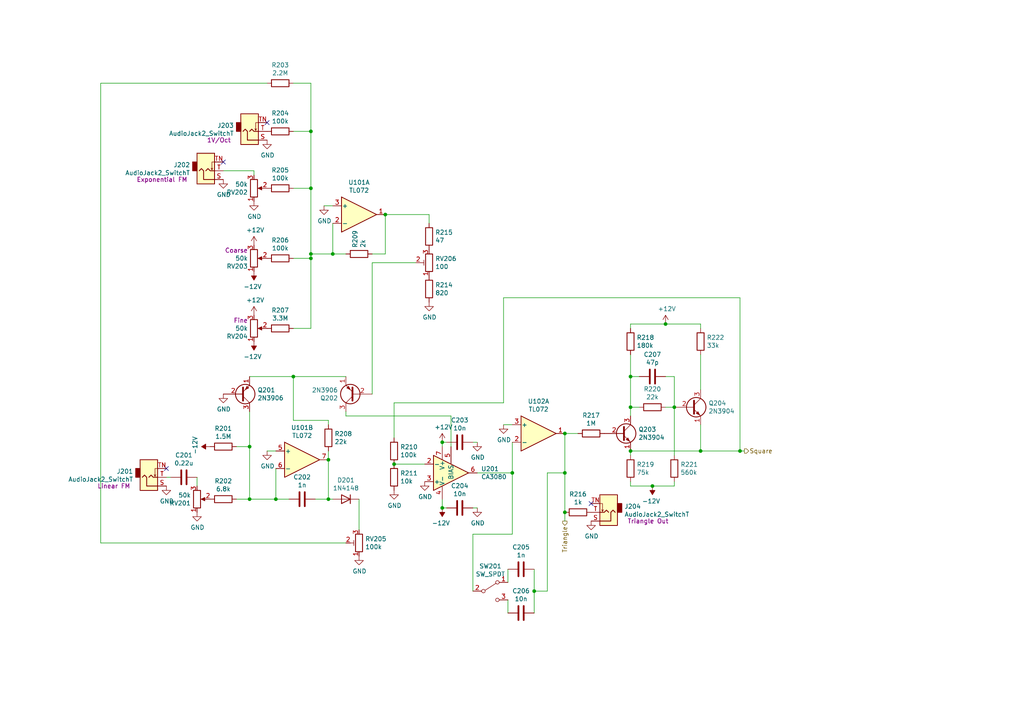
<source format=kicad_sch>
(kicad_sch (version 20211123) (generator eeschema)
  (paper "A4")
  (title_block (title "VCO") (date "2021-05-30") (rev "1.0"))
  (lib_symbols
    (symbol "Amplifier_Operational:CA3080" (pin_names (offset 0.127))
      (property "Reference" "U" (at 1.27 3.81 0))
      (property "Value" "CA3080" (at 1.27 -3.81 0))
      (symbol "CA3080_0_1"
        (polyline (pts (xy 5.08 0) (xy -5.08 -5.08) (xy -5.08 5.08) (xy 5.08 0)) (stroke (width 0.254)) (fill (type background)))
      )
      (symbol "CA3080_1_1"
        (pin no_connect line (at -2.54 2.54 270) (length 2.54) hide (name "NC") (number "1"))
        (pin input line (at -7.62 2.54 0) (length 2.54) (name "-") (number "2"))
        (pin input line (at -7.62 -2.54 0) (length 2.54) (name "+") (number "3"))
        (pin power_in line (at -2.54 -7.62 90) (length 3.81) (name "V-") (number "4"))
        (pin passive line (at 0 7.62 270) (length 5.08) (name "BIAS") (number "5"))
        (pin output line (at 7.62 0 180) (length 2.54) (name "~") (number "6"))
        (pin power_in line (at -2.54 7.62 270) (length 3.81) (name "V+") (number "7"))
        (pin no_connect line (at 0 2.54 270) (length 2.54) hide (name "NC") (number "8"))
      )
    )
    (symbol "Amplifier_Operational:TL072" (pin_names (offset 0.127))
      (property "Reference" "U" (at 0 5.08 0))
      (property "Value" "TL072" (at 0 -5.08 0))
      (symbol "TL072_1_1"
        (polyline (pts (xy -5.08 5.08) (xy 5.08 0) (xy -5.08 -5.08) (xy -5.08 5.08)) (stroke (width 0.254)) (fill (type background)))
        (pin output line (at 7.62 0 180) (length 2.54) (name "~") (number "1"))
        (pin input line (at -7.62 -2.54 0) (length 2.54) (name "-") (number "2"))
        (pin input line (at -7.62 2.54 0) (length 2.54) (name "+") (number "3"))
      )
      (symbol "TL072_2_1"
        (polyline (pts (xy -5.08 5.08) (xy 5.08 0) (xy -5.08 -5.08) (xy -5.08 5.08)) (stroke (width 0.254)) (fill (type background)))
        (pin input line (at -7.62 2.54 0) (length 2.54) (name "+") (number "5"))
        (pin input line (at -7.62 -2.54 0) (length 2.54) (name "-") (number "6"))
        (pin output line (at 7.62 0 180) (length 2.54) (name "~") (number "7"))
      )
      (symbol "TL072_3_1"
        (pin power_in line (at -2.54 -7.62 90) (length 3.81) (name "V-") (number "4"))
        (pin power_in line (at -2.54 7.62 270) (length 3.81) (name "V+") (number "8"))
      )
    )
    (symbol "Connector:AudioJack2_SwitchT"
      (property "Reference" "J" (at 0 8.89 0))
      (property "Value" "AudioJack2_SwitchT" (at 0 6.35 0))
      (symbol "AudioJack2_SwitchT_0_1"
        (rectangle (start -2.54 0) (end -3.81 -2.54) (stroke (width 0.254)) (fill (type outline)))
        (polyline (pts (xy 1.778 -0.254) (xy 2.032 -0.762)))
        (polyline (pts (xy 0 0) (xy 0.635 -0.635) (xy 1.27 0) (xy 2.54 0)) (stroke (width 0.254)))
        (polyline (pts (xy 2.54 -2.54) (xy 1.778 -2.54) (xy 1.778 -0.254) (xy 1.524 -0.762)))
        (polyline (pts (xy 2.54 2.54) (xy -0.635 2.54) (xy -0.635 0) (xy -1.27 -0.635) (xy -1.905 0)) (stroke (width 0.254)))
        (rectangle (start 2.54 3.81) (end -2.54 -5.08) (stroke (width 0.254)) (fill (type background)))
      )
      (symbol "AudioJack2_SwitchT_1_1"
        (pin passive line (at 5.08 2.54 180) (length 2.54) (name "~") (number "S"))
        (pin passive line (at 5.08 0 180) (length 2.54) (name "~") (number "T"))
        (pin passive line (at 5.08 -2.54 180) (length 2.54) (name "~") (number "TN"))
      )
    )
    (symbol "Device:C" (pin_numbers hide) (pin_names (offset 0.254))
      (property "Reference" "C" (at 0.635 2.54 0))
      (property "Value" "C" (at 0.635 -2.54 0))
      (symbol "C_0_1"
        (polyline (pts (xy -2.032 -0.762) (xy 2.032 -0.762)) (stroke (width 0.508)))
        (polyline (pts (xy -2.032 0.762) (xy 2.032 0.762)) (stroke (width 0.508)))
      )
      (symbol "C_1_1"
        (pin passive line (at 0 3.81 270) (length 2.794) (name "~") (number "1"))
        (pin passive line (at 0 -3.81 90) (length 2.794) (name "~") (number "2"))
      )
    )
    (symbol "Device:R" (pin_numbers hide) (pin_names (offset 0))
      (property "Reference" "R" (at 2.032 0 90))
      (property "Value" "R" (at 0 0 90))
      (symbol "R_0_1"
        (rectangle (start -1.016 -2.54) (end 1.016 2.54) (stroke (width 0.254)))
      )
      (symbol "R_1_1"
        (pin passive line (at 0 3.81 270) (length 1.27) (name "~") (number "1"))
        (pin passive line (at 0 -3.81 90) (length 1.27) (name "~") (number "2"))
      )
    )
    (symbol "Device:R_Potentiometer" (pin_names (offset 1.016) hide)
      (property "Reference" "RV" (at -4.445 0 90))
      (property "Value" "R_Potentiometer" (at -2.54 0 90))
      (symbol "R_Potentiometer_0_1"
        (polyline (pts (xy 2.54 0) (xy 1.524 0)))
        (polyline (pts (xy 1.143 0) (xy 2.286 0.508) (xy 2.286 -0.508) (xy 1.143 0)) (fill (type outline)))
        (rectangle (start 1.016 2.54) (end -1.016 -2.54) (stroke (width 0.254)))
      )
      (symbol "R_Potentiometer_1_1"
        (pin passive line (at 0 3.81 270) (length 1.27) (name "1") (number "1"))
        (pin passive line (at 3.81 0 180) (length 1.27) (name "2") (number "2"))
        (pin passive line (at 0 -3.81 90) (length 1.27) (name "3") (number "3"))
      )
    )
    (symbol "Device:R_Potentiometer_Trim" (pin_names (offset 1.016) hide)
      (property "Reference" "RV" (at -4.445 0 90))
      (property "Value" "R_Potentiometer_Trim" (at -2.54 0 90))
      (symbol "R_Potentiometer_Trim_0_1"
        (polyline (pts (xy 1.524 0.762) (xy 1.524 -0.762)))
        (polyline (pts (xy 2.54 0) (xy 1.524 0)))
        (rectangle (start 1.016 2.54) (end -1.016 -2.54) (stroke (width 0.254)))
      )
      (symbol "R_Potentiometer_Trim_1_1"
        (pin passive line (at 0 3.81 270) (length 1.27) (name "1") (number "1"))
        (pin passive line (at 3.81 0 180) (length 1.27) (name "2") (number "2"))
        (pin passive line (at 0 -3.81 90) (length 1.27) (name "3") (number "3"))
      )
    )
    (symbol "Diode:1N4148" (pin_numbers hide) (pin_names (offset 1.016) hide)
      (property "Reference" "D" (at 0 2.54 0))
      (property "Value" "1N4148" (at 0 -2.54 0))
      (symbol "1N4148_0_1"
        (polyline (pts (xy -1.27 1.27) (xy -1.27 -1.27)) (stroke (width 0.254)))
        (polyline (pts (xy 1.27 0) (xy -1.27 0)))
        (polyline (pts (xy 1.27 1.27) (xy 1.27 -1.27) (xy -1.27 0) (xy 1.27 1.27)) (stroke (width 0.254)))
      )
      (symbol "1N4148_1_1"
        (pin passive line (at -3.81 0 0) (length 2.54) (name "K") (number "1"))
        (pin passive line (at 3.81 0 180) (length 2.54) (name "A") (number "2"))
      )
    )
    (symbol "Switch:SW_SPDT" (pin_names (offset 0) hide)
      (property "Reference" "SW" (at 0 4.318 0))
      (property "Value" "SW_SPDT" (at 0 -5.08 0))
      (symbol "SW_SPDT_0_0"
        (circle (center -2.032 0) (radius 0.508))
        (circle (center 2.032 -2.54) (radius 0.508))
      )
      (symbol "SW_SPDT_0_1"
        (polyline (pts (xy -1.524 0.254) (xy 1.651 2.286)))
        (circle (center 2.032 2.54) (radius 0.508))
      )
      (symbol "SW_SPDT_1_1"
        (pin passive line (at 5.08 2.54 180) (length 2.54) (name "A") (number "1"))
        (pin passive line (at -5.08 0 0) (length 2.54) (name "B") (number "2"))
        (pin passive line (at 5.08 -2.54 180) (length 2.54) (name "C") (number "3"))
      )
    )
    (symbol "Transistor_BJT:2N3904" (pin_names (offset 0) hide)
      (property "Reference" "Q" (at 5.08 1.905 0))
      (property "Value" "2N3904" (at 5.08 0 0))
      (symbol "2N3904_0_1"
        (polyline (pts (xy 0.635 0.635) (xy 2.54 2.54)))
        (polyline (pts (xy 0.635 -0.635) (xy 2.54 -2.54) (xy 2.54 -2.54)))
        (polyline (pts (xy 0.635 1.905) (xy 0.635 -1.905) (xy 0.635 -1.905)) (stroke (width 0.508)))
        (polyline (pts (xy 1.27 -1.778) (xy 1.778 -1.27) (xy 2.286 -2.286) (xy 1.27 -1.778) (xy 1.27 -1.778)) (fill (type outline)))
        (circle (center 1.27 0) (radius 2.8194) (stroke (width 0.254)))
      )
      (symbol "2N3904_1_1"
        (pin passive line (at 2.54 -5.08 90) (length 2.54) (name "E") (number "1"))
        (pin passive line (at -5.08 0 0) (length 5.715) (name "B") (number "2"))
        (pin passive line (at 2.54 5.08 270) (length 2.54) (name "C") (number "3"))
      )
    )
    (symbol "Transistor_BJT:2N3906" (pin_names (offset 0) hide)
      (property "Reference" "Q" (at 5.08 1.905 0))
      (property "Value" "2N3906" (at 5.08 0 0))
      (symbol "2N3906_0_1"
        (polyline (pts (xy 0.635 0.635) (xy 2.54 2.54)))
        (polyline (pts (xy 0.635 -0.635) (xy 2.54 -2.54) (xy 2.54 -2.54)))
        (polyline (pts (xy 0.635 1.905) (xy 0.635 -1.905) (xy 0.635 -1.905)) (stroke (width 0.508)))
        (polyline (pts (xy 2.286 -1.778) (xy 1.778 -2.286) (xy 1.27 -1.27) (xy 2.286 -1.778) (xy 2.286 -1.778)) (fill (type outline)))
        (circle (center 1.27 0) (radius 2.8194) (stroke (width 0.254)))
      )
      (symbol "2N3906_1_1"
        (pin passive line (at 2.54 -5.08 90) (length 2.54) (name "E") (number "1"))
        (pin input line (at -5.08 0 0) (length 5.715) (name "B") (number "2"))
        (pin passive line (at 2.54 5.08 270) (length 2.54) (name "C") (number "3"))
      )
    )
    (symbol "power:+12V" (power) (pin_names (offset 0))
      (property "Value" "+12V" (at 0 3.556 0))
      (symbol "+12V_0_1"
        (polyline (pts (xy -0.762 1.27) (xy 0 2.54)))
        (polyline (pts (xy 0 0) (xy 0 2.54)))
        (polyline (pts (xy 0 2.54) (xy 0.762 1.27)))
      )
      (symbol "+12V_1_1"
        (pin power_in line (at 0 0 90) (length 0) hide (name "+12V") (number "1"))
      )
    )
    (symbol "power:-12V" (power) (pin_names (offset 0))
      (property "Value" "-12V" (at 0 3.81 0))
      (symbol "-12V_0_0"
        (pin power_in line (at 0 0 90) (length 0) hide (name "-12V") (number "1"))
      )
      (symbol "-12V_0_1"
        (polyline (pts (xy 0 0) (xy 0 1.27) (xy 0.762 1.27) (xy 0 2.54) (xy -0.762 1.27) (xy 0 1.27)) (fill (type outline)))
      )
    )
    (symbol "power:GND" (power) (pin_names (offset 0))
      (property "Value" "GND" (at 0 -3.81 0))
      (symbol "GND_0_1"
        (polyline (pts (xy 0 0) (xy 0 -1.27) (xy 1.27 -1.27) (xy 0 -2.54) (xy -1.27 -1.27) (xy 0 -1.27)))
      )
      (symbol "GND_1_1"
        (pin power_in line (at 0 0 270) (length 0) hide (name "GND") (number "1"))
      )
    )
  )
  (junction (at 128.27 128.27))
  (junction (at 182.88 109.22))
  (junction (at 72.39 144.78))
  (junction (at 80.01 144.78))
  (junction (at 203.2 130.81))
  (junction (at 72.39 129.54))
  (junction (at 85.09 109.22))
  (junction (at 214.63 130.81))
  (junction (at 163.83 137.16))
  (junction (at 128.27 147.32))
  (junction (at 90.17 73.66))
  (junction (at 182.88 130.81))
  (junction (at 195.58 118.11))
  (junction (at 90.17 38.1))
  (junction (at 111.76 62.23))
  (junction (at 90.17 74.93))
  (junction (at 163.83 148.59))
  (junction (at 154.94 171.45))
  (junction (at 90.17 54.61))
  (junction (at 95.25 133.35))
  (junction (at 189.23 140.97))
  (junction (at 182.88 118.11))
  (junction (at 193.04 93.98))
  (junction (at 163.83 125.73))
  (junction (at 114.3 134.62))
  (junction (at 96.52 73.66))
  (junction (at 95.25 144.78))
  (junction (at 148.59 137.16))
  (no_connect (at 171.45 146.05))
  (no_connect (at 64.77 46.99))
  (no_connect (at 77.47 35.56))
  (no_connect (at 48.26 135.89))
  (wire (pts (xy 80.01 144.78) (xy 83.82 144.78)))
  (wire (pts (xy 154.94 171.45) (xy 154.94 177.8)))
  (wire (pts (xy 114.3 116.84) (xy 146.05 116.84)))
  (wire (pts (xy 80.01 135.89) (xy 80.01 144.78)))
  (wire (pts (xy 128.27 129.54) (xy 128.27 128.27)))
  (wire (pts (xy 85.09 54.61) (xy 90.17 54.61)))
  (wire (pts (xy 189.23 140.97) (xy 195.58 140.97)))
  (wire (pts (xy 90.17 73.66) (xy 96.52 73.66)))
  (wire (pts (xy 85.09 24.13) (xy 90.17 24.13)))
  (wire (pts (xy 185.42 118.11) (xy 182.88 118.11)))
  (wire (pts (xy 182.88 139.7) (xy 182.88 140.97)))
  (wire (pts (xy 72.39 119.38) (xy 72.39 129.54)))
  (wire (pts (xy 203.2 93.98) (xy 203.2 95.25)))
  (wire (pts (xy 90.17 74.93) (xy 90.17 95.25)))
  (wire (pts (xy 137.16 128.27) (xy 138.43 128.27)))
  (wire (pts (xy 107.95 76.2) (xy 107.95 114.3)))
  (wire (pts (xy 163.83 125.73) (xy 163.83 137.16)))
  (wire (pts (xy 90.17 73.66) (xy 90.17 74.93)))
  (wire (pts (xy 80.01 144.78) (xy 72.39 144.78)))
  (wire (pts (xy 85.09 38.1) (xy 90.17 38.1)))
  (wire (pts (xy 129.54 128.27) (xy 128.27 128.27)))
  (wire (pts (xy 130.81 120.65) (xy 130.81 129.54)))
  (wire (pts (xy 138.43 137.16) (xy 148.59 137.16)))
  (wire (pts (xy 146.05 123.19) (xy 148.59 123.19)))
  (wire (pts (xy 100.33 119.38) (xy 100.33 120.65)))
  (wire (pts (xy 158.75 171.45) (xy 154.94 171.45)))
  (wire (pts (xy 182.88 93.98) (xy 193.04 93.98)))
  (wire (pts (xy 114.3 116.84) (xy 114.3 127)))
  (wire (pts (xy 195.58 140.97) (xy 195.58 139.7)))
  (wire (pts (xy 96.52 73.66) (xy 100.33 73.66)))
  (wire (pts (xy 195.58 132.08) (xy 195.58 118.11)))
  (wire (pts (xy 90.17 95.25) (xy 85.09 95.25)))
  (wire (pts (xy 146.05 116.84) (xy 146.05 86.36)))
  (wire (pts (xy 85.09 74.93) (xy 90.17 74.93)))
  (wire (pts (xy 72.39 109.22) (xy 85.09 109.22)))
  (wire (pts (xy 195.58 109.22) (xy 195.58 118.11)))
  (wire (pts (xy 95.25 121.92) (xy 95.25 123.19)))
  (wire (pts (xy 163.83 148.59) (xy 163.83 151.13)))
  (wire (pts (xy 193.04 109.22) (xy 195.58 109.22)))
  (wire (pts (xy 147.32 168.91) (xy 147.32 165.1)))
  (wire (pts (xy 214.63 86.36) (xy 214.63 130.81)))
  (wire (pts (xy 72.39 144.78) (xy 68.58 144.78)))
  (wire (pts (xy 77.47 130.81) (xy 80.01 130.81)))
  (wire (pts (xy 85.09 109.22) (xy 85.09 121.92)))
  (wire (pts (xy 100.33 157.48) (xy 29.21 157.48)))
  (wire (pts (xy 163.83 137.16) (xy 158.75 137.16)))
  (wire (pts (xy 48.26 138.43) (xy 49.53 138.43)))
  (wire (pts (xy 203.2 102.87) (xy 203.2 113.03)))
  (wire (pts (xy 182.88 140.97) (xy 189.23 140.97)))
  (wire (pts (xy 137.16 147.32) (xy 138.43 147.32)))
  (wire (pts (xy 137.16 171.45) (xy 137.16 154.94)))
  (wire (pts (xy 167.64 125.73) (xy 163.83 125.73)))
  (wire (pts (xy 85.09 109.22) (xy 100.33 109.22)))
  (wire (pts (xy 100.33 120.65) (xy 130.81 120.65)))
  (wire (pts (xy 182.88 118.11) (xy 182.88 120.65)))
  (wire (pts (xy 90.17 38.1) (xy 90.17 54.61)))
  (wire (pts (xy 107.95 73.66) (xy 111.76 73.66)))
  (wire (pts (xy 137.16 154.94) (xy 148.59 154.94)))
  (wire (pts (xy 111.76 62.23) (xy 124.46 62.23)))
  (wire (pts (xy 90.17 54.61) (xy 90.17 73.66)))
  (wire (pts (xy 93.98 59.69) (xy 96.52 59.69)))
  (wire (pts (xy 29.21 24.13) (xy 29.21 157.48)))
  (wire (pts (xy 73.66 49.53) (xy 73.66 50.8)))
  (wire (pts (xy 182.88 132.08) (xy 182.88 130.81)))
  (wire (pts (xy 148.59 128.27) (xy 148.59 137.16)))
  (wire (pts (xy 111.76 73.66) (xy 111.76 62.23)))
  (wire (pts (xy 64.77 49.53) (xy 73.66 49.53)))
  (wire (pts (xy 90.17 24.13) (xy 90.17 38.1)))
  (wire (pts (xy 124.46 62.23) (xy 124.46 64.77)))
  (wire (pts (xy 128.27 147.32) (xy 129.54 147.32)))
  (wire (pts (xy 158.75 137.16) (xy 158.75 171.45)))
  (wire (pts (xy 29.21 24.13) (xy 77.47 24.13)))
  (wire (pts (xy 95.25 133.35) (xy 95.25 130.81)))
  (wire (pts (xy 85.09 121.92) (xy 95.25 121.92)))
  (wire (pts (xy 182.88 109.22) (xy 182.88 118.11)))
  (wire (pts (xy 123.19 134.62) (xy 114.3 134.62)))
  (wire (pts (xy 147.32 173.99) (xy 147.32 177.8)))
  (wire (pts (xy 128.27 144.78) (xy 128.27 147.32)))
  (wire (pts (xy 95.25 133.35) (xy 95.25 144.78)))
  (wire (pts (xy 182.88 95.25) (xy 182.88 93.98)))
  (wire (pts (xy 72.39 144.78) (xy 72.39 129.54)))
  (wire (pts (xy 182.88 102.87) (xy 182.88 109.22)))
  (wire (pts (xy 91.44 144.78) (xy 95.25 144.78)))
  (wire (pts (xy 193.04 118.11) (xy 195.58 118.11)))
  (wire (pts (xy 193.04 93.98) (xy 203.2 93.98)))
  (wire (pts (xy 185.42 109.22) (xy 182.88 109.22)))
  (wire (pts (xy 57.15 138.43) (xy 57.15 140.97)))
  (wire (pts (xy 68.58 129.54) (xy 72.39 129.54)))
  (wire (pts (xy 96.52 64.77) (xy 96.52 73.66)))
  (wire (pts (xy 214.63 130.81) (xy 215.9 130.81)))
  (wire (pts (xy 148.59 154.94) (xy 148.59 137.16)))
  (wire (pts (xy 203.2 130.81) (xy 203.2 123.19)))
  (wire (pts (xy 163.83 137.16) (xy 163.83 148.59)))
  (wire (pts (xy 203.2 130.81) (xy 214.63 130.81)))
  (wire (pts (xy 182.88 130.81) (xy 203.2 130.81)))
  (wire (pts (xy 120.65 76.2) (xy 107.95 76.2)))
  (wire (pts (xy 96.52 144.78) (xy 95.25 144.78)))
  (wire (pts (xy 146.05 86.36) (xy 214.63 86.36)))
  (wire (pts (xy 154.94 165.1) (xy 154.94 171.45)))
  (wire (pts (xy 104.14 144.78) (xy 104.14 153.67)))
  (hierarchical_label "Triangle" (shape output) (at 163.83 151.13 270))
  (hierarchical_label "Square" (shape output) (at 215.9 130.81 0))
  (symbol (lib_id "Device:C") (at 133.35 147.32 90) (unit 1)
    (property "Reference" "C204" (at 133.35 140.9192 90))
    (property "Value" "10n" (at 133.35 143.2306 90))
    (property "Footprint" "Capacitor_THT:C_Disc_D5.0mm_W2.5mm_P5.00mm" (effects hide))
  )
  (symbol (lib_id "power:GND") (at 138.43 147.32 0) (unit 1)
    (property "Reference" "#PWR0220" (effects hide))
    (property "Value" "GND" (at 138.557 151.7142 0))
  )
  (symbol (lib_id "Device:C") (at 133.35 128.27 90) (unit 1)
    (property "Reference" "C203" (at 133.35 121.8692 90))
    (property "Value" "10n" (at 133.35 124.1806 90))
    (property "Footprint" "Capacitor_THT:C_Disc_D5.0mm_W2.5mm_P5.00mm" (effects hide))
  )
  (symbol (lib_id "power:GND") (at 138.43 128.27 0) (unit 1)
    (property "Reference" "#PWR0219" (effects hide))
    (property "Value" "GND" (at 138.557 132.6642 0))
  )
  (symbol (lib_id "Switch:SW_SPDT") (at 142.24 171.45 0) (unit 1)
    (property "Reference" "SW201" (at 142.24 164.211 0))
    (property "Value" "SW_SPDT" (at 142.24 166.5224 0))
    (property "Footprint" "Switch:MTS-102_MTS-103_MTS-112_MTS-113_MTS-123" (effects hide))
  )
  (symbol (lib_id "Device:C") (at 151.13 177.8 90) (unit 1)
    (property "Reference" "C206" (at 151.13 171.3992 90))
    (property "Value" "10n" (at 151.13 173.7106 90))
    (property "Footprint" "Capacitor_THT:C_Disc_D5.0mm_W2.5mm_P5.00mm" (effects hide))
  )
  (symbol (lib_id "Amplifier_Operational:CA3080") (at 130.81 137.16 0) (unit 1)
    (property "Reference" "U201" (at 139.5476 135.9916 0) (effects (justify left)))
    (property "Value" "CA3080" (at 139.5476 138.303 0) (effects (justify left)))
    (property "Footprint" "Package_DIP:DIP-8_W7.62mm_Socket" (effects hide))
    (property "Datasheet" "http://www.intersil.com/content/dam/Intersil/documents/ca30/ca3080-a.pdf" (effects hide))
  )
  (symbol (lib_id "Device:R") (at 95.25 127 0) (unit 1)
    (property "Reference" "R208" (at 97.028 125.8316 0) (effects (justify left)))
    (property "Value" "22k" (at 97.028 128.143 0) (effects (justify left)))
    (property "Footprint" "Resistor_THT:R_Axial_DIN0207_L6.3mm_D2.5mm_P7.62mm_Horizontal" (effects hide))
  )
  (symbol (lib_id "Device:C") (at 87.63 144.78 90) (unit 1)
    (property "Reference" "C202" (at 87.63 138.3792 90))
    (property "Value" "1n" (at 87.63 140.6906 90))
    (property "Footprint" "Capacitor_THT:C_Disc_D5.0mm_W2.5mm_P5.00mm" (effects hide))
  )
  (symbol (lib_id "Device:R_Potentiometer") (at 57.15 144.78 0) (mirror x) (unit 1)
    (property "Reference" "RV201" (at 55.372 145.9484 0) (effects (justify right)))
    (property "Value" "50k" (at 55.372 143.637 0) (effects (justify right)))
    (property "Footprint" "Potentiometer_THT:Potentiometer_Alpha_RD901F-40-00D_Single_Vertical_CircularHoles" (effects hide))
  )
  (symbol (lib_id "Transistor_BJT:2N3904") (at 180.34 125.73 0) (unit 1)
    (property "Reference" "Q203" (at 185.166 124.5616 0) (effects (justify left)))
    (property "Value" "2N3904" (at 185.166 126.873 0) (effects (justify left)))
    (property "Footprint" "Package_TO_SOT_THT:TO-92_Inline" (effects hide))
    (property "Datasheet" "https://www.onsemi.com/pub/Collateral/2N3903-D.PDF" (effects hide))
  )
  (symbol (lib_id "Device:R") (at 104.14 73.66 90) (unit 1)
    (property "Reference" "R209" (at 102.9716 71.882 0) (effects (justify left)))
    (property "Value" "2k" (at 105.283 71.882 0) (effects (justify left)))
    (property "Footprint" "Resistor_THT:R_Axial_DIN0207_L6.3mm_D2.5mm_P7.62mm_Horizontal" (effects hide))
  )
  (symbol (lib_id "Device:R") (at 81.28 54.61 90) (unit 1)
    (property "Reference" "R205" (at 81.28 49.3522 90))
    (property "Value" "100k" (at 81.28 51.6636 90))
    (property "Footprint" "Resistor_THT:R_Axial_DIN0207_L6.3mm_D2.5mm_P7.62mm_Horizontal" (effects hide))
  )
  (symbol (lib_id "Device:R_Potentiometer") (at 73.66 54.61 0) (mirror x) (unit 1)
    (property "Reference" "RV202" (at 71.882 55.7784 0) (effects (justify right)))
    (property "Value" "50k" (at 71.882 53.467 0) (effects (justify right)))
    (property "Footprint" "Potentiometer_THT:Potentiometer_Alpha_RD901F-40-00D_Single_Vertical_CircularHoles" (effects hide))
  )
  (symbol (lib_id "Device:R") (at 81.28 74.93 90) (unit 1)
    (property "Reference" "R206" (at 81.28 69.6722 90))
    (property "Value" "100k" (at 81.28 71.9836 90))
    (property "Footprint" "Resistor_THT:R_Axial_DIN0207_L6.3mm_D2.5mm_P7.62mm_Horizontal" (effects hide))
  )
  (symbol (lib_id "Device:R_Potentiometer") (at 73.66 74.93 0) (mirror x) (unit 1)
    (property "Reference" "RV203" (at 71.9074 77.2414 0) (effects (justify right)))
    (property "Value" "50k" (at 71.9074 74.93 0) (effects (justify right)))
    (property "Footprint" "Potentiometer_THT:Potentiometer_Alpha_RD901F-40-00D_Single_Vertical_CircularHoles" (effects hide))
    (property "Description" "Coarse" (at 71.9074 72.6186 0) (effects (justify right)))
  )
  (symbol (lib_id "Device:R") (at 81.28 95.25 90) (unit 1)
    (property "Reference" "R207" (at 81.28 89.9922 90))
    (property "Value" "3.3M" (at 81.28 92.3036 90))
    (property "Footprint" "Resistor_THT:R_Axial_DIN0207_L6.3mm_D2.5mm_P7.62mm_Horizontal" (effects hide))
  )
  (symbol (lib_id "Device:R_Potentiometer") (at 73.66 95.25 0) (mirror x) (unit 1)
    (property "Reference" "RV204" (at 71.9074 97.5614 0) (effects (justify right)))
    (property "Value" "50k" (at 71.9074 95.25 0) (effects (justify right)))
    (property "Footprint" "Potentiometer_THT:Potentiometer_Alpha_RD901F-40-00D_Single_Vertical_CircularHoles" (effects hide))
    (property "Description" "Fine" (at 71.9074 92.9386 0) (effects (justify right)))
  )
  (symbol (lib_id "Amplifier_Operational:TL072") (at 104.14 62.23 0) (unit 1)
    (property "Reference" "U101" (at 104.14 52.9082 0))
    (property "Value" "TL072" (at 104.14 55.2196 0))
    (property "Footprint" "Package_DIP:DIP-8_W7.62mm_Socket" (effects hide))
    (property "Datasheet" "http://www.ti.com/lit/ds/symlink/tl071.pdf" (effects hide))
  )
  (symbol (lib_id "Device:R") (at 81.28 38.1 90) (unit 1)
    (property "Reference" "R204" (at 81.28 32.8422 90))
    (property "Value" "100k" (at 81.28 35.1536 90))
    (property "Footprint" "Resistor_THT:R_Axial_DIN0207_L6.3mm_D2.5mm_P7.62mm_Horizontal" (effects hide))
  )
  (symbol (lib_id "power:GND") (at 73.66 58.42 0) (unit 1)
    (property "Reference" "#PWR0206" (effects hide))
    (property "Value" "GND" (at 73.787 62.8142 0))
  )
  (symbol (lib_id "power:+12V") (at 73.66 71.12 0) (unit 1)
    (property "Reference" "#PWR0207" (effects hide))
    (property "Value" "+12V" (at 74.041 66.7258 0))
  )
  (symbol (lib_id "power:+12V") (at 73.66 91.44 0) (unit 1)
    (property "Reference" "#PWR0209" (effects hide))
    (property "Value" "+12V" (at 74.041 87.0458 0))
  )
  (symbol (lib_id "power:-12V") (at 73.66 78.74 180) (unit 1)
    (property "Reference" "#PWR0208" (effects hide))
    (property "Value" "-12V" (at 73.279 83.1342 0))
  )
  (symbol (lib_id "power:-12V") (at 73.66 99.06 180) (unit 1)
    (property "Reference" "#PWR0210" (effects hide))
    (property "Value" "-12V" (at 73.279 103.4542 0))
  )
  (symbol (lib_id "Device:R") (at 124.46 68.58 0) (unit 1)
    (property "Reference" "R215" (at 126.238 67.4116 0) (effects (justify left)))
    (property "Value" "47" (at 126.238 69.723 0) (effects (justify left)))
    (property "Footprint" "Resistor_THT:R_Axial_DIN0207_L6.3mm_D2.5mm_P7.62mm_Horizontal" (effects hide))
  )
  (symbol (lib_id "Device:R") (at 124.46 83.82 0) (unit 1)
    (property "Reference" "R214" (at 126.238 82.6516 0) (effects (justify left)))
    (property "Value" "820" (at 126.238 84.963 0) (effects (justify left)))
    (property "Footprint" "Resistor_THT:R_Axial_DIN0207_L6.3mm_D2.5mm_P7.62mm_Horizontal" (effects hide))
  )
  (symbol (lib_id "Device:R_Potentiometer_Trim") (at 124.46 76.2 180) (unit 1)
    (property "Reference" "RV206" (at 126.238 75.0316 0) (effects (justify right)))
    (property "Value" "100" (at 126.238 77.343 0) (effects (justify right)))
    (property "Footprint" "Potentiometer_THT:Potentiometer_Bourns_3296W_Vertical" (effects hide))
  )
  (symbol (lib_id "power:GND") (at 124.46 87.63 0) (unit 1)
    (property "Reference" "#PWR0216" (effects hide))
    (property "Value" "GND" (at 124.587 92.0242 0))
  )
  (symbol (lib_id "Device:R") (at 81.28 24.13 90) (unit 1)
    (property "Reference" "R203" (at 81.28 18.8722 90))
    (property "Value" "2.2M" (at 81.28 21.1836 90))
    (property "Footprint" "Resistor_THT:R_Axial_DIN0207_L6.3mm_D2.5mm_P7.62mm_Horizontal" (effects hide))
  )
  (symbol (lib_id "Transistor_BJT:2N3906") (at 102.87 114.3 180) (unit 1)
    (property "Reference" "Q202" (at 98.044 115.4684 0) (effects (justify left)))
    (property "Value" "2N3906" (at 98.044 113.157 0) (effects (justify left)))
    (property "Footprint" "Package_TO_SOT_THT:TO-92_Inline" (effects hide))
    (property "Datasheet" "https://www.onsemi.com/pub/Collateral/2N3906-D.PDF" (effects hide))
  )
  (symbol (lib_id "Transistor_BJT:2N3906") (at 69.85 114.3 0) (mirror x) (unit 1)
    (property "Reference" "Q201" (at 74.676 113.1316 0) (effects (justify left)))
    (property "Value" "2N3906" (at 74.676 115.443 0) (effects (justify left)))
    (property "Footprint" "Package_TO_SOT_THT:TO-92_Inline" (effects hide))
    (property "Datasheet" "https://www.onsemi.com/pub/Collateral/2N3906-D.PDF" (effects hide))
  )
  (symbol (lib_id "power:GND") (at 64.77 114.3 0) (unit 1)
    (property "Reference" "#PWR0205" (effects hide))
    (property "Value" "GND" (at 64.897 118.6942 0))
  )
  (symbol (lib_id "Amplifier_Operational:TL072") (at 87.63 133.35 0) (unit 2)
    (property "Reference" "U101" (at 87.63 124.0282 0))
    (property "Value" "TL072" (at 87.63 126.3396 0))
    (property "Footprint" "Package_DIP:DIP-8_W7.62mm_Socket" (effects hide))
    (property "Datasheet" "http://www.ti.com/lit/ds/symlink/tl071.pdf" (effects hide))
  )
  (symbol (lib_id "power:GND") (at 77.47 130.81 0) (unit 1)
    (property "Reference" "#PWR0212" (effects hide))
    (property "Value" "GND" (at 77.597 135.2042 0))
  )
  (symbol (lib_id "Device:R") (at 64.77 144.78 90) (unit 1)
    (property "Reference" "R202" (at 64.77 139.5222 90))
    (property "Value" "6.8k" (at 64.77 141.8336 90))
    (property "Footprint" "Resistor_THT:R_Axial_DIN0207_L6.3mm_D2.5mm_P7.62mm_Horizontal" (effects hide))
  )
  (symbol (lib_id "power:GND") (at 57.15 148.59 0) (unit 1)
    (property "Reference" "#PWR0202" (effects hide))
    (property "Value" "GND" (at 57.277 152.9842 0))
  )
  (symbol (lib_id "Device:C") (at 53.34 138.43 90) (unit 1)
    (property "Reference" "C201" (at 53.34 132.0292 90))
    (property "Value" "0.22u" (at 53.34 134.3406 90))
    (property "Footprint" "Capacitor_THT:C_Disc_D5.0mm_W2.5mm_P5.00mm" (effects hide))
  )
  (symbol (lib_id "Device:R") (at 64.77 129.54 90) (unit 1)
    (property "Reference" "R201" (at 64.77 124.2822 90))
    (property "Value" "1.5M" (at 64.77 126.5936 90))
    (property "Footprint" "Resistor_THT:R_Axial_DIN0207_L6.3mm_D2.5mm_P7.62mm_Horizontal" (effects hide))
  )
  (symbol (lib_id "power:-12V") (at 60.96 129.54 90) (unit 1)
    (property "Reference" "#PWR0203" (effects hide))
    (property "Value" "-12V" (at 56.5658 129.159 0))
  )
  (symbol (lib_id "Diode:1N4148") (at 100.33 144.78 180) (unit 1)
    (property "Reference" "D201" (at 100.33 139.2682 0))
    (property "Value" "1N4148" (at 100.33 141.5796 0))
    (property "Footprint" "Diode_THT:D_DO-35_SOD27_P7.62mm_Horizontal" (effects hide))
    (property "Datasheet" "https://assets.nexperia.com/documents/data-sheet/1N4148_1N4448.pdf" (effects hide))
  )
  (symbol (lib_id "Device:R_Potentiometer_Trim") (at 104.14 157.48 180) (unit 1)
    (property "Reference" "RV205" (at 105.918 156.3116 0) (effects (justify right)))
    (property "Value" "100k" (at 105.918 158.623 0) (effects (justify right)))
    (property "Footprint" "Potentiometer_THT:Potentiometer_Bourns_3296W_Vertical" (effects hide))
  )
  (symbol (lib_id "power:GND") (at 104.14 161.29 0) (unit 1)
    (property "Reference" "#PWR0213" (effects hide))
    (property "Value" "GND" (at 104.267 165.6842 0))
  )
  (symbol (lib_id "Device:C") (at 151.13 165.1 90) (unit 1)
    (property "Reference" "C205" (at 151.13 158.6992 90))
    (property "Value" "1n" (at 151.13 161.0106 90))
    (property "Footprint" "Capacitor_THT:C_Disc_D5.0mm_W2.5mm_P5.00mm" (effects hide))
  )
  (symbol (lib_id "Amplifier_Operational:TL072") (at 156.21 125.73 0) (unit 1)
    (property "Reference" "U102" (at 156.21 116.4082 0))
    (property "Value" "TL072" (at 156.21 118.7196 0))
    (property "Footprint" "Package_DIP:DIP-8_W7.62mm_Socket" (effects hide))
    (property "Datasheet" "http://www.ti.com/lit/ds/symlink/tl071.pdf" (effects hide))
  )
  (symbol (lib_id "power:GND") (at 146.05 123.19 0) (unit 1)
    (property "Reference" "#PWR0221" (effects hide))
    (property "Value" "GND" (at 146.177 127.5842 0))
  )
  (symbol (lib_id "power:GND") (at 123.19 139.7 0) (unit 1)
    (property "Reference" "#PWR0215" (effects hide))
    (property "Value" "GND" (at 123.317 144.0942 0))
  )
  (symbol (lib_id "power:-12V") (at 128.27 147.32 180) (unit 1)
    (property "Reference" "#PWR0218" (effects hide))
    (property "Value" "-12V" (at 127.889 151.7142 0))
  )
  (symbol (lib_id "power:+12V") (at 128.27 128.27 0) (unit 1)
    (property "Reference" "#PWR0217" (effects hide))
    (property "Value" "+12V" (at 128.651 123.8758 0))
  )
  (symbol (lib_id "Device:R") (at 114.3 138.43 0) (unit 1)
    (property "Reference" "R211" (at 116.078 137.2616 0) (effects (justify left)))
    (property "Value" "10k" (at 116.078 139.573 0) (effects (justify left)))
    (property "Footprint" "Resistor_THT:R_Axial_DIN0207_L6.3mm_D2.5mm_P7.62mm_Horizontal" (effects hide))
  )
  (symbol (lib_id "Device:R") (at 114.3 130.81 0) (unit 1)
    (property "Reference" "R210" (at 116.078 129.6416 0) (effects (justify left)))
    (property "Value" "100k" (at 116.078 131.953 0) (effects (justify left)))
    (property "Footprint" "Resistor_THT:R_Axial_DIN0207_L6.3mm_D2.5mm_P7.62mm_Horizontal" (effects hide))
  )
  (symbol (lib_id "power:GND") (at 114.3 142.24 0) (unit 1)
    (property "Reference" "#PWR0214" (effects hide))
    (property "Value" "GND" (at 114.427 146.6342 0))
  )
  (symbol (lib_id "Device:R") (at 182.88 99.06 0) (unit 1)
    (property "Reference" "R218" (at 184.658 97.8916 0) (effects (justify left)))
    (property "Value" "180k" (at 184.658 100.203 0) (effects (justify left)))
    (property "Footprint" "Resistor_THT:R_Axial_DIN0207_L6.3mm_D2.5mm_P7.62mm_Horizontal" (effects hide))
  )
  (symbol (lib_id "Device:R") (at 189.23 118.11 90) (unit 1)
    (property "Reference" "R220" (at 189.23 112.8522 90))
    (property "Value" "22k" (at 189.23 115.1636 90))
    (property "Footprint" "Resistor_THT:R_Axial_DIN0207_L6.3mm_D2.5mm_P7.62mm_Horizontal" (effects hide))
  )
  (symbol (lib_id "Transistor_BJT:2N3904") (at 200.66 118.11 0) (unit 1)
    (property "Reference" "Q204" (at 205.486 116.9416 0) (effects (justify left)))
    (property "Value" "2N3904" (at 205.486 119.253 0) (effects (justify left)))
    (property "Footprint" "Package_TO_SOT_THT:TO-92_Inline" (effects hide))
    (property "Datasheet" "https://www.onsemi.com/pub/Collateral/2N3903-D.PDF" (effects hide))
  )
  (symbol (lib_id "Device:C") (at 189.23 109.22 90) (unit 1)
    (property "Reference" "C207" (at 189.23 102.8192 90))
    (property "Value" "47p" (at 189.23 105.1306 90))
    (property "Footprint" "Capacitor_THT:C_Disc_D5.0mm_W2.5mm_P5.00mm" (effects hide))
  )
  (symbol (lib_id "Device:R") (at 182.88 135.89 0) (unit 1)
    (property "Reference" "R219" (at 184.658 134.7216 0) (effects (justify left)))
    (property "Value" "75k" (at 184.658 137.033 0) (effects (justify left)))
    (property "Footprint" "Resistor_THT:R_Axial_DIN0207_L6.3mm_D2.5mm_P7.62mm_Horizontal" (effects hide))
  )
  (symbol (lib_id "Device:R") (at 195.58 135.89 0) (unit 1)
    (property "Reference" "R221" (at 197.358 134.7216 0) (effects (justify left)))
    (property "Value" "560k" (at 197.358 137.033 0) (effects (justify left)))
    (property "Footprint" "Resistor_THT:R_Axial_DIN0207_L6.3mm_D2.5mm_P7.62mm_Horizontal" (effects hide))
  )
  (symbol (lib_id "Device:R") (at 203.2 99.06 0) (unit 1)
    (property "Reference" "R222" (at 204.978 97.8916 0) (effects (justify left)))
    (property "Value" "33k" (at 204.978 100.203 0) (effects (justify left)))
    (property "Footprint" "Resistor_THT:R_Axial_DIN0207_L6.3mm_D2.5mm_P7.62mm_Horizontal" (effects hide))
  )
  (symbol (lib_id "power:+12V") (at 193.04 93.98 0) (unit 1)
    (property "Reference" "#PWR0224" (effects hide))
    (property "Value" "+12V" (at 193.421 89.5858 0))
  )
  (symbol (lib_id "power:-12V") (at 189.23 140.97 180) (unit 1)
    (property "Reference" "#PWR0223" (effects hide))
    (property "Value" "-12V" (at 188.849 145.3642 0))
  )
  (symbol (lib_id "Device:R") (at 171.45 125.73 90) (unit 1)
    (property "Reference" "R217" (at 171.45 120.4722 90))
    (property "Value" "1M" (at 171.45 122.7836 90))
    (property "Footprint" "Resistor_THT:R_Axial_DIN0207_L6.3mm_D2.5mm_P7.62mm_Horizontal" (effects hide))
  )
  (symbol (lib_id "Device:R") (at 167.64 148.59 90) (unit 1)
    (property "Reference" "R216" (at 167.64 143.3322 90))
    (property "Value" "1k" (at 167.64 145.6436 90))
    (property "Footprint" "Resistor_THT:R_Axial_DIN0207_L6.3mm_D2.5mm_P7.62mm_Horizontal" (effects hide))
  )
  (symbol (lib_id "Connector:AudioJack2_SwitchT") (at 43.18 138.43 0) (mirror x) (unit 1)
    (property "Reference" "J201" (at 38.6334 136.7282 0) (effects (justify right)))
    (property "Value" "AudioJack2_SwitchT" (at 38.6334 139.0396 0) (effects (justify right)))
    (property "Footprint" "Connector_Audio:Jack_3.5mm_QingPu_WQP-PJ398SM_Vertical_CircularHoles" (effects hide))
    (property "Description" "Linear FM" (at 33.02 140.97 0))
  )
  (symbol (lib_id "Connector:AudioJack2_SwitchT") (at 176.53 148.59 180) (unit 1)
    (property "Reference" "J204" (at 181.102 146.8882 0) (effects (justify right)))
    (property "Value" "AudioJack2_SwitchT" (at 181.102 149.1996 0) (effects (justify right)))
    (property "Footprint" "Connector_Audio:Jack_3.5mm_QingPu_WQP-PJ398SM_Vertical_CircularHoles" (effects hide))
    (property "Description" "Triangle Out" (at 187.96 151.13 0))
  )
  (symbol (lib_id "power:GND") (at 171.45 151.13 0) (unit 1)
    (property "Reference" "#PWR0222" (effects hide))
    (property "Value" "GND" (at 171.577 155.5242 0))
  )
  (symbol (lib_id "power:GND") (at 48.26 140.97 0) (unit 1)
    (property "Reference" "#PWR0201" (effects hide))
    (property "Value" "GND" (at 48.387 145.3642 0))
  )
  (symbol (lib_id "Connector:AudioJack2_SwitchT") (at 59.69 49.53 0) (mirror x) (unit 1)
    (property "Reference" "J202" (at 55.1434 47.8282 0) (effects (justify right)))
    (property "Value" "AudioJack2_SwitchT" (at 55.1434 50.1396 0) (effects (justify right)))
    (property "Footprint" "Connector_Audio:Jack_3.5mm_QingPu_WQP-PJ398SM_Vertical_CircularHoles" (effects hide))
    (property "Description" "Exponential FM" (at 46.99 52.07 0))
  )
  (symbol (lib_id "power:GND") (at 64.77 52.07 0) (unit 1)
    (property "Reference" "#PWR0204" (effects hide))
    (property "Value" "GND" (at 64.897 56.4642 0))
  )
  (symbol (lib_id "Connector:AudioJack2_SwitchT") (at 72.39 38.1 0) (mirror x) (unit 1)
    (property "Reference" "J203" (at 67.8434 36.3982 0) (effects (justify right)))
    (property "Value" "AudioJack2_SwitchT" (at 67.8434 38.7096 0) (effects (justify right)))
    (property "Footprint" "Connector_Audio:Jack_3.5mm_QingPu_WQP-PJ398SM_Vertical_CircularHoles" (effects hide))
    (property "Description" "1V/Oct" (at 63.5 40.64 0))
  )
  (symbol (lib_id "power:GND") (at 77.47 40.64 0) (unit 1)
    (property "Reference" "#PWR0211" (effects hide))
    (property "Value" "GND" (at 77.597 45.0342 0))
  )
  (symbol (lib_id "power:GND") (at 93.98 59.69 0) (unit 1)
    (property "Reference" "#PWR0225" (effects hide))
    (property "Value" "GND" (at 94.107 64.0842 0))
  )
)
</source>
